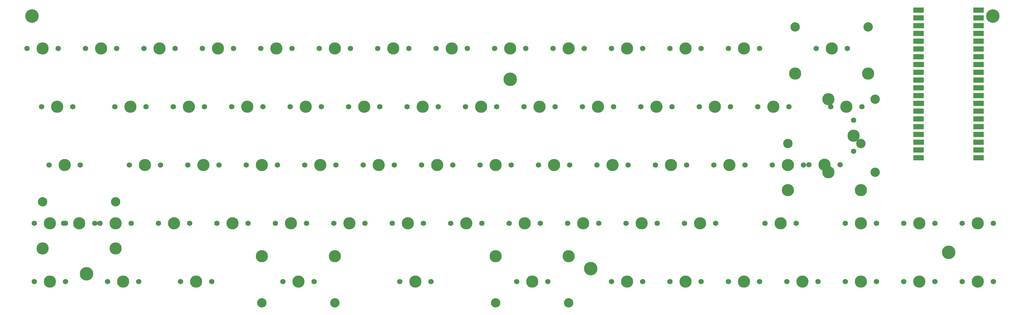
<source format=gts>
G04 #@! TF.GenerationSoftware,KiCad,Pcbnew,(5.1.10)-1*
G04 #@! TF.CreationDate,2021-08-04T14:14:31+01:00*
G04 #@! TF.ProjectId,EnvKB65,456e764b-4236-4352-9e6b-696361645f70,rev?*
G04 #@! TF.SameCoordinates,Original*
G04 #@! TF.FileFunction,Soldermask,Top*
G04 #@! TF.FilePolarity,Negative*
%FSLAX46Y46*%
G04 Gerber Fmt 4.6, Leading zero omitted, Abs format (unit mm)*
G04 Created by KiCad (PCBNEW (5.1.10)-1) date 2021-08-04 14:14:31*
%MOMM*%
%LPD*%
G01*
G04 APERTURE LIST*
%ADD10C,4.400000*%
%ADD11C,3.987800*%
%ADD12C,1.750000*%
%ADD13C,3.048000*%
%ADD14R,3.500000X1.700000*%
%ADD15O,1.700000X1.700000*%
%ADD16R,1.700000X1.700000*%
G04 APERTURE END LIST*
D10*
X251125000Y-183475000D03*
X224900000Y-121600000D03*
X367800000Y-178200000D03*
X86800000Y-185220000D03*
X69000000Y-101000000D03*
X382200000Y-101000000D03*
D11*
X84415000Y-168659000D03*
D12*
X79335000Y-168659000D03*
X89495000Y-168659000D03*
D13*
X72508750Y-161674000D03*
X96321250Y-161674000D03*
D11*
X72508750Y-176914000D03*
X96321250Y-176914000D03*
X327300000Y-149600000D03*
D12*
X322220000Y-149600000D03*
X332380000Y-149600000D03*
D13*
X315393750Y-142615000D03*
X339206250Y-142615000D03*
D11*
X315393750Y-157855000D03*
X339206250Y-157855000D03*
D12*
X339530000Y-130560000D03*
X329370000Y-130560000D03*
D11*
X334450000Y-130560000D03*
D14*
X377570000Y-147280000D03*
X377570000Y-144740000D03*
X377570000Y-142200000D03*
X377570000Y-139660000D03*
X377570000Y-137120000D03*
X377570000Y-134580000D03*
X377570000Y-132040000D03*
X377570000Y-129500000D03*
X377570000Y-126960000D03*
X377570000Y-124420000D03*
X377570000Y-121880000D03*
X377570000Y-119340000D03*
X377570000Y-116800000D03*
X377570000Y-114260000D03*
X377570000Y-111720000D03*
X377570000Y-109180000D03*
X377570000Y-106640000D03*
X377570000Y-104100000D03*
X377570000Y-101560000D03*
X377570000Y-99020000D03*
X357990000Y-147280000D03*
X357990000Y-144740000D03*
X357990000Y-142200000D03*
X357990000Y-139660000D03*
X357990000Y-137120000D03*
X357990000Y-134580000D03*
X357990000Y-132040000D03*
X357990000Y-129500000D03*
X357990000Y-126960000D03*
X357990000Y-124420000D03*
X357990000Y-121880000D03*
X357990000Y-119340000D03*
X357990000Y-116800000D03*
X357990000Y-114260000D03*
X357990000Y-111720000D03*
X357990000Y-109180000D03*
X357990000Y-106640000D03*
X357990000Y-104100000D03*
X357990000Y-101560000D03*
X357990000Y-99020000D03*
D15*
X376670000Y-99020000D03*
X376670000Y-101560000D03*
D16*
X376670000Y-104100000D03*
D15*
X376670000Y-106640000D03*
X376670000Y-109180000D03*
X376670000Y-111720000D03*
X376670000Y-114260000D03*
D16*
X376670000Y-116800000D03*
D15*
X376670000Y-119340000D03*
X376670000Y-121880000D03*
X376670000Y-124420000D03*
X376670000Y-126960000D03*
D16*
X376670000Y-129500000D03*
D15*
X376670000Y-132040000D03*
X376670000Y-134580000D03*
X376670000Y-137120000D03*
X376670000Y-139660000D03*
D16*
X376670000Y-142200000D03*
D15*
X376670000Y-144740000D03*
X376670000Y-147280000D03*
X358890000Y-147280000D03*
X358890000Y-144740000D03*
D16*
X358890000Y-142200000D03*
D15*
X358890000Y-139660000D03*
X358890000Y-137120000D03*
X358890000Y-134580000D03*
X358890000Y-132040000D03*
D16*
X358890000Y-129500000D03*
D15*
X358890000Y-126960000D03*
X358890000Y-124420000D03*
X358890000Y-121880000D03*
X358890000Y-119340000D03*
D16*
X358890000Y-116800000D03*
D15*
X358890000Y-114260000D03*
X358890000Y-111720000D03*
X358890000Y-109180000D03*
X358890000Y-106640000D03*
D16*
X358890000Y-104100000D03*
D15*
X358890000Y-101560000D03*
X358890000Y-99020000D03*
D11*
X336834200Y-140084120D03*
D12*
X336834200Y-135004120D03*
X336834200Y-145164120D03*
D13*
X343819200Y-152022120D03*
X343819200Y-128146120D03*
D11*
X328579200Y-152022120D03*
X328579200Y-128146120D03*
D12*
X199032950Y-187709120D03*
X188872950Y-187709120D03*
D11*
X193952950Y-187709120D03*
X243959200Y-179454120D03*
X220146700Y-179454120D03*
D13*
X243959200Y-194694120D03*
X220146700Y-194694120D03*
D12*
X237132950Y-187709120D03*
X226972950Y-187709120D03*
D11*
X232052950Y-187709120D03*
D12*
X363339200Y-187709120D03*
X353179200Y-187709120D03*
D11*
X358259200Y-187709120D03*
D12*
X268089200Y-187709120D03*
X257929200Y-187709120D03*
D11*
X263009200Y-187709120D03*
D12*
X84764200Y-149609120D03*
X74604200Y-149609120D03*
D11*
X79684200Y-149609120D03*
X167759200Y-179454120D03*
X143946700Y-179454120D03*
D13*
X167759200Y-194694120D03*
X143946700Y-194694120D03*
D12*
X160932950Y-187709120D03*
X150772950Y-187709120D03*
D11*
X155852950Y-187709120D03*
D12*
X318114200Y-168659120D03*
X307954200Y-168659120D03*
D11*
X313034200Y-168659120D03*
D12*
X382389200Y-187709120D03*
X372229200Y-187709120D03*
D11*
X377309200Y-187709120D03*
D12*
X344289200Y-187709120D03*
X334129200Y-187709120D03*
D11*
X339209200Y-187709120D03*
D12*
X325239200Y-187709120D03*
X315079200Y-187709120D03*
D11*
X320159200Y-187709120D03*
D12*
X306189200Y-187709120D03*
X296029200Y-187709120D03*
D11*
X301109200Y-187709120D03*
D12*
X287139200Y-187709120D03*
X276979200Y-187709120D03*
D11*
X282059200Y-187709120D03*
D12*
X127595450Y-187709120D03*
X117435450Y-187709120D03*
D11*
X122515450Y-187709120D03*
D12*
X103782950Y-187709120D03*
X93622950Y-187709120D03*
D11*
X98702950Y-187709120D03*
D12*
X79970450Y-187709120D03*
X69810450Y-187709120D03*
D11*
X74890450Y-187709120D03*
D12*
X382389200Y-168659120D03*
X372229200Y-168659120D03*
D11*
X377309200Y-168659120D03*
D12*
X363339200Y-168659120D03*
X353179200Y-168659120D03*
D11*
X358259200Y-168659120D03*
D12*
X344289200Y-168659120D03*
X334129200Y-168659120D03*
D11*
X339209200Y-168659120D03*
D12*
X291901700Y-168659120D03*
X281741700Y-168659120D03*
D11*
X286821700Y-168659120D03*
D12*
X272851700Y-168659120D03*
X262691700Y-168659120D03*
D11*
X267771700Y-168659120D03*
D12*
X253801700Y-168659120D03*
X243641700Y-168659120D03*
D11*
X248721700Y-168659120D03*
D12*
X234751700Y-168659120D03*
X224591700Y-168659120D03*
D11*
X229671700Y-168659120D03*
D12*
X215701700Y-168659120D03*
X205541700Y-168659120D03*
D11*
X210621700Y-168659120D03*
D12*
X196651700Y-168659120D03*
X186491700Y-168659120D03*
D11*
X191571700Y-168659120D03*
D12*
X177601700Y-168659120D03*
X167441700Y-168659120D03*
D11*
X172521700Y-168659120D03*
D12*
X158551700Y-168659120D03*
X148391700Y-168659120D03*
D11*
X153471700Y-168659120D03*
D12*
X139501700Y-168659120D03*
X129341700Y-168659120D03*
D11*
X134421700Y-168659120D03*
D12*
X120451700Y-168659120D03*
X110291700Y-168659120D03*
D11*
X115371700Y-168659120D03*
D12*
X101401700Y-168659120D03*
X91241700Y-168659120D03*
D11*
X96321700Y-168659120D03*
D12*
X79970450Y-168659120D03*
X69810450Y-168659120D03*
D11*
X74890450Y-168659120D03*
D12*
X320476700Y-149609120D03*
X310316700Y-149609120D03*
D11*
X315396700Y-149609120D03*
D12*
X301426700Y-149609120D03*
X291266700Y-149609120D03*
D11*
X296346700Y-149609120D03*
D12*
X282376700Y-149609120D03*
X272216700Y-149609120D03*
D11*
X277296700Y-149609120D03*
D12*
X263326700Y-149609120D03*
X253166700Y-149609120D03*
D11*
X258246700Y-149609120D03*
D12*
X244276700Y-149609120D03*
X234116700Y-149609120D03*
D11*
X239196700Y-149609120D03*
D12*
X225226700Y-149609120D03*
X215066700Y-149609120D03*
D11*
X220146700Y-149609120D03*
D12*
X206176700Y-149609120D03*
X196016700Y-149609120D03*
D11*
X201096700Y-149609120D03*
D12*
X187126700Y-149609120D03*
X176966700Y-149609120D03*
D11*
X182046700Y-149609120D03*
D12*
X168076700Y-149609120D03*
X157916700Y-149609120D03*
D11*
X162996700Y-149609120D03*
D12*
X149026700Y-149609120D03*
X138866700Y-149609120D03*
D11*
X143946700Y-149609120D03*
D12*
X129976700Y-149609120D03*
X119816700Y-149609120D03*
D11*
X124896700Y-149609120D03*
D12*
X110926700Y-149609120D03*
X100766700Y-149609120D03*
D11*
X105846700Y-149609120D03*
D12*
X315714200Y-130559120D03*
X305554200Y-130559120D03*
D11*
X310634200Y-130559120D03*
D12*
X296664200Y-130559120D03*
X286504200Y-130559120D03*
D11*
X291584200Y-130559120D03*
D12*
X277614200Y-130559120D03*
X267454200Y-130559120D03*
D11*
X272534200Y-130559120D03*
D12*
X258564200Y-130559120D03*
X248404200Y-130559120D03*
D11*
X253484200Y-130559120D03*
D12*
X239514200Y-130559120D03*
X229354200Y-130559120D03*
D11*
X234434200Y-130559120D03*
D12*
X220464200Y-130559120D03*
X210304200Y-130559120D03*
D11*
X215384200Y-130559120D03*
D12*
X201414200Y-130559120D03*
X191254200Y-130559120D03*
D11*
X196334200Y-130559120D03*
D12*
X182364200Y-130559120D03*
X172204200Y-130559120D03*
D11*
X177284200Y-130559120D03*
D12*
X163314200Y-130559120D03*
X153154200Y-130559120D03*
D11*
X158234200Y-130559120D03*
D12*
X144264200Y-130559120D03*
X134104200Y-130559120D03*
D11*
X139184200Y-130559120D03*
D12*
X125214200Y-130559120D03*
X115054200Y-130559120D03*
D11*
X120134200Y-130559120D03*
D12*
X106164200Y-130559120D03*
X96004200Y-130559120D03*
D11*
X101084200Y-130559120D03*
D12*
X82351700Y-130559120D03*
X72191700Y-130559120D03*
D11*
X77271700Y-130559120D03*
X341590450Y-119764120D03*
X317777950Y-119764120D03*
D13*
X341590450Y-104524120D03*
X317777950Y-104524120D03*
D12*
X334764200Y-111509120D03*
X324604200Y-111509120D03*
D11*
X329684200Y-111509120D03*
D12*
X306189200Y-111509120D03*
X296029200Y-111509120D03*
D11*
X301109200Y-111509120D03*
D12*
X287139200Y-111509120D03*
X276979200Y-111509120D03*
D11*
X282059200Y-111509120D03*
D12*
X268089200Y-111509120D03*
X257929200Y-111509120D03*
D11*
X263009200Y-111509120D03*
D12*
X249039200Y-111509120D03*
X238879200Y-111509120D03*
D11*
X243959200Y-111509120D03*
D12*
X229989200Y-111509120D03*
X219829200Y-111509120D03*
D11*
X224909200Y-111509120D03*
D12*
X210939200Y-111509120D03*
X200779200Y-111509120D03*
D11*
X205859200Y-111509120D03*
D12*
X191889200Y-111509120D03*
X181729200Y-111509120D03*
D11*
X186809200Y-111509120D03*
D12*
X172839200Y-111509120D03*
X162679200Y-111509120D03*
D11*
X167759200Y-111509120D03*
D12*
X153789200Y-111509120D03*
X143629200Y-111509120D03*
D11*
X148709200Y-111509120D03*
D12*
X134739200Y-111509120D03*
X124579200Y-111509120D03*
D11*
X129659200Y-111509120D03*
D12*
X115689200Y-111509120D03*
X105529200Y-111509120D03*
D11*
X110609200Y-111509120D03*
D12*
X96639200Y-111509120D03*
X86479200Y-111509120D03*
D11*
X91559200Y-111509120D03*
D12*
X77589200Y-111509120D03*
X67429200Y-111509120D03*
D11*
X72509200Y-111509120D03*
M02*

</source>
